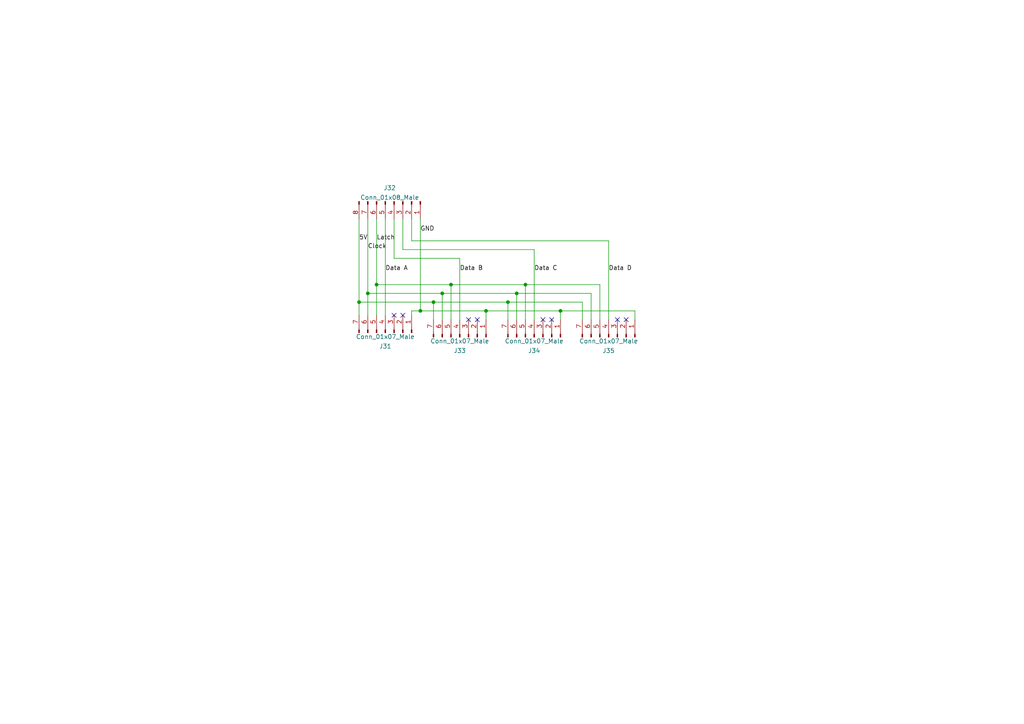
<source format=kicad_sch>
(kicad_sch (version 20211123) (generator eeschema)
  (paper "A4")
  (lib_symbols
    (symbol "Connector:Conn_01x07_Male" (pin_names (offset 1.016) hide)
      (property "Reference" "J" (at 0 10.16 0))
      (property "Value" "Conn_01x07_Male" (at 0 -10.16 0))
      (symbol "Conn_01x07_Male_1_1"
        (polyline (pts (xy 1.27 -7.62) (xy 0.8636 -7.62)) (stroke (width 0.1524)))
        (polyline (pts (xy 1.27 -5.08) (xy 0.8636 -5.08)) (stroke (width 0.1524)))
        (polyline (pts (xy 1.27 -2.54) (xy 0.8636 -2.54)) (stroke (width 0.1524)))
        (polyline (pts (xy 1.27 0) (xy 0.8636 0)) (stroke (width 0.1524)))
        (polyline (pts (xy 1.27 2.54) (xy 0.8636 2.54)) (stroke (width 0.1524)))
        (polyline (pts (xy 1.27 5.08) (xy 0.8636 5.08)) (stroke (width 0.1524)))
        (polyline (pts (xy 1.27 7.62) (xy 0.8636 7.62)) (stroke (width 0.1524)))
        (rectangle (start 0.8636 -7.493) (end 0 -7.747) (stroke (width 0.1524)) (fill (type outline)))
        (rectangle (start 0.8636 -4.953) (end 0 -5.207) (stroke (width 0.1524)) (fill (type outline)))
        (rectangle (start 0.8636 -2.413) (end 0 -2.667) (stroke (width 0.1524)) (fill (type outline)))
        (rectangle (start 0.8636 0.127) (end 0 -0.127) (stroke (width 0.1524)) (fill (type outline)))
        (rectangle (start 0.8636 2.667) (end 0 2.413) (stroke (width 0.1524)) (fill (type outline)))
        (rectangle (start 0.8636 5.207) (end 0 4.953) (stroke (width 0.1524)) (fill (type outline)))
        (rectangle (start 0.8636 7.747) (end 0 7.493) (stroke (width 0.1524)) (fill (type outline)))
        (pin passive line (at 5.08 7.62 180) (length 3.81) (name "Pin_1") (number "1"))
        (pin passive line (at 5.08 5.08 180) (length 3.81) (name "Pin_2") (number "2"))
        (pin passive line (at 5.08 2.54 180) (length 3.81) (name "Pin_3") (number "3"))
        (pin passive line (at 5.08 0 180) (length 3.81) (name "Pin_4") (number "4"))
        (pin passive line (at 5.08 -2.54 180) (length 3.81) (name "Pin_5") (number "5"))
        (pin passive line (at 5.08 -5.08 180) (length 3.81) (name "Pin_6") (number "6"))
        (pin passive line (at 5.08 -7.62 180) (length 3.81) (name "Pin_7") (number "7"))
      )
    )
    (symbol "Connector:Conn_01x08_Male" (pin_names (offset 1.016) hide)
      (property "Reference" "J" (at 0 10.16 0))
      (property "Value" "Conn_01x08_Male" (at 0 -12.7 0))
      (symbol "Conn_01x08_Male_1_1"
        (polyline (pts (xy 1.27 -10.16) (xy 0.8636 -10.16)) (stroke (width 0.1524)))
        (polyline (pts (xy 1.27 -7.62) (xy 0.8636 -7.62)) (stroke (width 0.1524)))
        (polyline (pts (xy 1.27 -5.08) (xy 0.8636 -5.08)) (stroke (width 0.1524)))
        (polyline (pts (xy 1.27 -2.54) (xy 0.8636 -2.54)) (stroke (width 0.1524)))
        (polyline (pts (xy 1.27 0) (xy 0.8636 0)) (stroke (width 0.1524)))
        (polyline (pts (xy 1.27 2.54) (xy 0.8636 2.54)) (stroke (width 0.1524)))
        (polyline (pts (xy 1.27 5.08) (xy 0.8636 5.08)) (stroke (width 0.1524)))
        (polyline (pts (xy 1.27 7.62) (xy 0.8636 7.62)) (stroke (width 0.1524)))
        (rectangle (start 0.8636 -10.033) (end 0 -10.287) (stroke (width 0.1524)) (fill (type outline)))
        (rectangle (start 0.8636 -7.493) (end 0 -7.747) (stroke (width 0.1524)) (fill (type outline)))
        (rectangle (start 0.8636 -4.953) (end 0 -5.207) (stroke (width 0.1524)) (fill (type outline)))
        (rectangle (start 0.8636 -2.413) (end 0 -2.667) (stroke (width 0.1524)) (fill (type outline)))
        (rectangle (start 0.8636 0.127) (end 0 -0.127) (stroke (width 0.1524)) (fill (type outline)))
        (rectangle (start 0.8636 2.667) (end 0 2.413) (stroke (width 0.1524)) (fill (type outline)))
        (rectangle (start 0.8636 5.207) (end 0 4.953) (stroke (width 0.1524)) (fill (type outline)))
        (rectangle (start 0.8636 7.747) (end 0 7.493) (stroke (width 0.1524)) (fill (type outline)))
        (pin passive line (at 5.08 7.62 180) (length 3.81) (name "Pin_1") (number "1"))
        (pin passive line (at 5.08 5.08 180) (length 3.81) (name "Pin_2") (number "2"))
        (pin passive line (at 5.08 2.54 180) (length 3.81) (name "Pin_3") (number "3"))
        (pin passive line (at 5.08 0 180) (length 3.81) (name "Pin_4") (number "4"))
        (pin passive line (at 5.08 -2.54 180) (length 3.81) (name "Pin_5") (number "5"))
        (pin passive line (at 5.08 -5.08 180) (length 3.81) (name "Pin_6") (number "6"))
        (pin passive line (at 5.08 -7.62 180) (length 3.81) (name "Pin_7") (number "7"))
        (pin passive line (at 5.08 -10.16 180) (length 3.81) (name "Pin_8") (number "8"))
      )
    )
  )
  (junction (at 125.73 87.63))
  (junction (at 121.92 90.17))
  (junction (at 152.4 82.55))
  (junction (at 149.86 85.09))
  (junction (at 147.32 87.63))
  (junction (at 109.22 82.55))
  (junction (at 106.68 85.09))
  (junction (at 104.14 87.63))
  (junction (at 128.27 85.09))
  (junction (at 162.56 90.17))
  (junction (at 130.81 82.55))
  (junction (at 140.97 90.17))
  (no_connect (at 138.43 92.71))
  (no_connect (at 157.48 92.71))
  (no_connect (at 181.61 92.71))
  (no_connect (at 135.89 92.71))
  (no_connect (at 160.02 92.71))
  (no_connect (at 114.3 91.44))
  (no_connect (at 116.84 91.44))
  (no_connect (at 179.07 92.71))
  (wire (pts (xy 140.97 90.17) (xy 162.56 90.17)))
  (wire (pts (xy 154.94 72.39) (xy 154.94 92.71)))
  (wire (pts (xy 116.84 72.39) (xy 154.94 72.39)))
  (wire (pts (xy 106.68 85.09) (xy 128.27 85.09)))
  (wire (pts (xy 125.73 92.71) (xy 125.73 87.63)))
  (wire (pts (xy 147.32 87.63) (xy 147.32 92.71)))
  (wire (pts (xy 119.38 91.44) (xy 119.38 90.17)))
  (wire (pts (xy 114.3 74.93) (xy 133.35 74.93)))
  (wire (pts (xy 121.92 90.17) (xy 121.92 63.5)))
  (wire (pts (xy 171.45 85.09) (xy 171.45 92.71)))
  (wire (pts (xy 149.86 85.09) (xy 149.86 92.71)))
  (wire (pts (xy 152.4 82.55) (xy 173.99 82.55)))
  (wire (pts (xy 119.38 63.5) (xy 119.38 69.85)))
  (wire (pts (xy 109.22 82.55) (xy 109.22 91.44)))
  (wire (pts (xy 104.14 87.63) (xy 125.73 87.63)))
  (wire (pts (xy 140.97 90.17) (xy 140.97 92.71)))
  (wire (pts (xy 125.73 87.63) (xy 147.32 87.63)))
  (wire (pts (xy 116.84 63.5) (xy 116.84 72.39)))
  (wire (pts (xy 162.56 90.17) (xy 162.56 92.71)))
  (wire (pts (xy 173.99 82.55) (xy 173.99 92.71)))
  (wire (pts (xy 104.14 87.63) (xy 104.14 91.44)))
  (wire (pts (xy 111.76 63.5) (xy 111.76 91.44)))
  (wire (pts (xy 176.53 69.85) (xy 176.53 92.71)))
  (wire (pts (xy 133.35 74.93) (xy 133.35 92.71)))
  (wire (pts (xy 149.86 85.09) (xy 171.45 85.09)))
  (wire (pts (xy 128.27 85.09) (xy 128.27 92.71)))
  (wire (pts (xy 104.14 63.5) (xy 104.14 87.63)))
  (wire (pts (xy 130.81 82.55) (xy 130.81 92.71)))
  (wire (pts (xy 114.3 63.5) (xy 114.3 74.93)))
  (wire (pts (xy 130.81 82.55) (xy 152.4 82.55)))
  (wire (pts (xy 119.38 69.85) (xy 176.53 69.85)))
  (wire (pts (xy 119.38 90.17) (xy 121.92 90.17)))
  (wire (pts (xy 121.92 90.17) (xy 140.97 90.17)))
  (wire (pts (xy 106.68 85.09) (xy 106.68 91.44)))
  (wire (pts (xy 106.68 63.5) (xy 106.68 85.09)))
  (wire (pts (xy 109.22 82.55) (xy 130.81 82.55)))
  (wire (pts (xy 128.27 85.09) (xy 149.86 85.09)))
  (wire (pts (xy 152.4 82.55) (xy 152.4 92.71)))
  (wire (pts (xy 147.32 87.63) (xy 168.91 87.63)))
  (wire (pts (xy 162.56 90.17) (xy 184.15 90.17)))
  (wire (pts (xy 184.15 90.17) (xy 184.15 92.71)))
  (wire (pts (xy 168.91 87.63) (xy 168.91 92.71)))
  (wire (pts (xy 109.22 63.5) (xy 109.22 82.55)))
  (label "Clock" (at 106.68 72.39 0))
  (label "Data C" (at 154.94 78.74 0))
  (label "Data B" (at 133.35 78.74 0))
  (label "Data A" (at 111.76 78.74 0))
  (label "GND" (at 121.92 67.31 0))
  (label "5V" (at 104.14 69.85 0))
  (label "Latch" (at 109.22 69.85 0))
  (label "Data D" (at 176.53 78.74 0))
  (symbol (lib_id "Connector:Conn_01x08_Male") (at 114.3 58.42 270) (unit 1)
    (property "Reference" "J32" (at 113.03 54.5043 90))
    (property "Value" "Conn_01x08_Male" (at 113.03 57.2794 90))
    (property "Footprint" "Connector_PinHeader_2.54mm:PinHeader_1x08_P2.54mm_Vertical" (effects hide))
  )
  (symbol (lib_id "Connector:Conn_01x07_Male") (at 133.35 97.79 270) (mirror x) (unit 1)
    (property "Reference" "J33" (at 133.35 101.7057 90))
    (property "Value" "Conn_01x07_Male" (at 133.35 98.9306 90))
    (property "Footprint" "SNES Device:SNES Controller Port" (effects hide))
  )
  (symbol (lib_id "Connector:Conn_01x07_Male") (at 176.53 97.79 270) (mirror x) (unit 1)
    (property "Reference" "J35" (at 176.53 101.7057 90))
    (property "Value" "Conn_01x07_Male" (at 176.53 98.9306 90))
    (property "Footprint" "SNES Device:SNES Controller Port" (effects hide))
  )
  (symbol (lib_id "Connector:Conn_01x07_Male") (at 154.94 97.79 270) (mirror x) (unit 1)
    (property "Reference" "J34" (at 154.94 101.7057 90))
    (property "Value" "Conn_01x07_Male" (at 154.94 98.9306 90))
    (property "Footprint" "SNES Device:SNES Controller Port" (effects hide))
  )
  (symbol (lib_id "Connector:Conn_01x07_Male") (at 111.76 96.52 270) (mirror x) (unit 1)
    (property "Reference" "J31" (at 111.76 100.4357 90))
    (property "Value" "Conn_01x07_Male" (at 111.76 97.6606 90))
    (property "Footprint" "SNES Device:SNES Controller Port" (effects hide))
  )
)
</source>
